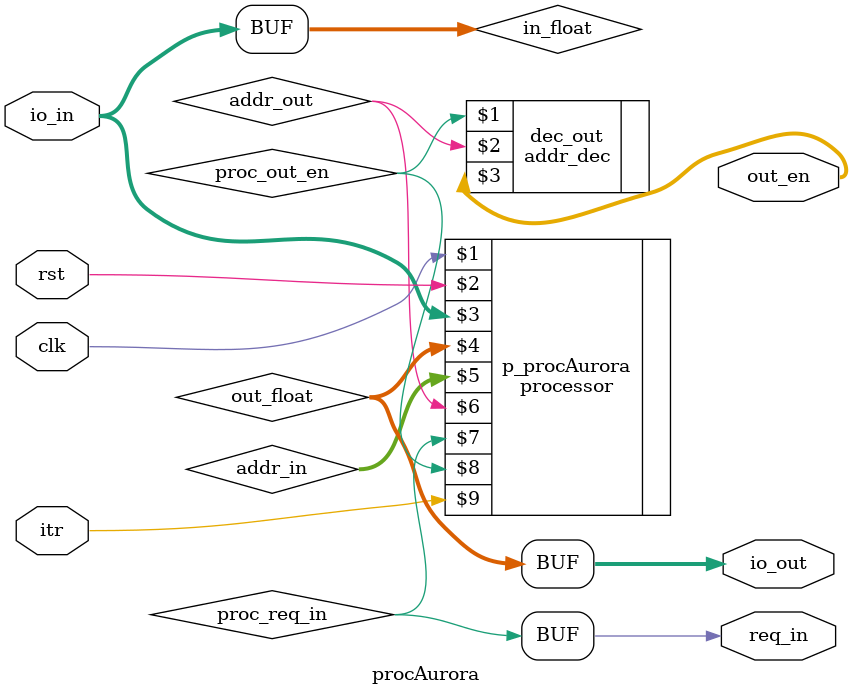
<source format=v>
module procAurora (
input clk, rst,
input signed [31:0] io_in,
output signed [31:0] io_out,
output [0:0] req_in,
output [1:0] out_en,
input itr);

wire signed [31:0] in_float;
wire signed [31:0] out_float;

assign in_float = io_in;

wire proc_req_in, proc_out_en;
wire [-1:0] addr_in;
wire [0:0] addr_out;

processor
#(.NUBITS(32),
.NBMANT(23),
.NBEXPO(8),
.NUGAIN(128),
.MDATAS(75),
.MINSTS(378),
.SDEPTH(10),
.NUIOIN(1),
.NUIOOU(2),
.FFTSIZ(3),
.CAL(1),
.LES(1),
.MLT(1),
.ADD(1),
.ILI(1),
.F_MLT(1),
.F_NEG(1),
.F_ADD(1),
.F_NEG_M(1),
.LDI(1),
.SRF(1),
.F2I(1),
.DFILE("procAurora_data.mif"),
.IFILE("procAurora_inst.mif")
) p_procAurora (clk, rst, in_float, out_float, addr_in, addr_out, proc_req_in, proc_out_en, itr);

assign io_out = out_float;

assign req_in = proc_req_in;
addr_dec #(2) dec_out(proc_out_en, addr_out, out_en);

endmodule
</source>
